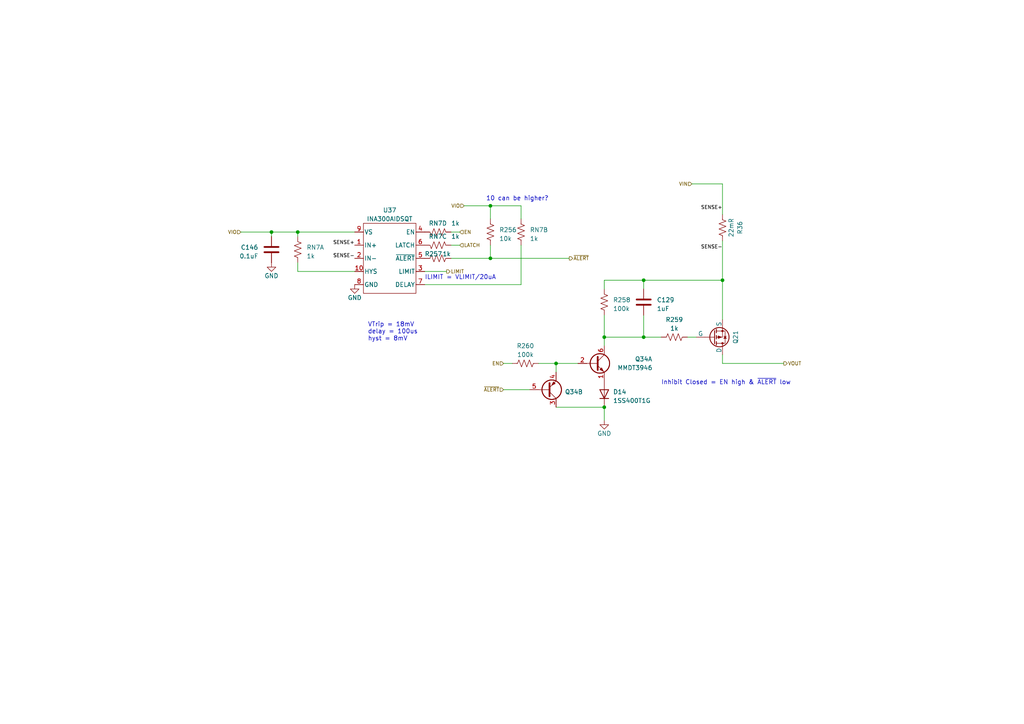
<source format=kicad_sch>
(kicad_sch (version 20230121) (generator eeschema)
  (paper "A4")
  (lib_symbols
    (symbol "Device:C" (pin_numbers hide) (pin_names (offset 0.254))
      (property "Reference" "C" (at 0.635 2.54 0))
      (property "Value" "C" (at 0.635 -2.54 0))
      (symbol "C_0_1"
        (polyline (pts (xy -2.032 -0.762) (xy 2.032 -0.762)) (stroke (width 0.508)))
        (polyline (pts (xy -2.032 0.762) (xy 2.032 0.762)) (stroke (width 0.508)))
      )
      (symbol "C_1_1"
        (pin passive line (at 0 3.81 270) (length 2.794) (name "~") (number "1"))
        (pin passive line (at 0 -3.81 90) (length 2.794) (name "~") (number "2"))
      )
    )
    (symbol "Device:D" (pin_numbers hide) (pin_names (offset 1.016) hide)
      (property "Reference" "D" (at 0 2.54 0))
      (property "Value" "D" (at 0 -2.54 0))
      (symbol "D_0_1"
        (polyline (pts (xy -1.27 1.27) (xy -1.27 -1.27)) (stroke (width 0.254)))
        (polyline (pts (xy 1.27 0) (xy -1.27 0)))
        (polyline (pts (xy 1.27 1.27) (xy 1.27 -1.27) (xy -1.27 0) (xy 1.27 1.27)) (stroke (width 0.254)))
      )
      (symbol "D_1_1"
        (pin passive line (at -3.81 0 0) (length 2.54) (name "K") (number "1"))
        (pin passive line (at 3.81 0 180) (length 2.54) (name "A") (number "2"))
      )
    )
    (symbol "Device:R_US" (pin_numbers hide) (pin_names (offset 0))
      (property "Reference" "R" (at 2.54 0 90))
      (property "Value" "R_US" (at -2.54 0 90))
      (symbol "R_US_0_1"
        (polyline (pts (xy 0 -2.286) (xy 0 -2.54)))
        (polyline (pts (xy 0 2.286) (xy 0 2.54)))
        (polyline (pts (xy 0 -0.762) (xy 1.016 -1.143) (xy 0 -1.524) (xy -1.016 -1.905) (xy 0 -2.286)))
        (polyline (pts (xy 0 0.762) (xy 1.016 0.381) (xy 0 0) (xy -1.016 -0.381) (xy 0 -0.762)))
        (polyline (pts (xy 0 2.286) (xy 1.016 1.905) (xy 0 1.524) (xy -1.016 1.143) (xy 0 0.762)))
      )
      (symbol "R_US_1_1"
        (pin passive line (at 0 3.81 270) (length 1.27) (name "~") (number "1"))
        (pin passive line (at 0 -3.81 90) (length 1.27) (name "~") (number "2"))
      )
    )
    (symbol "SierraLobo:BSZ086" (pin_numbers hide) (pin_names (offset 0))
      (property "Reference" "Q" (at 3.556 0 0))
      (property "Value" "BSZ180P03NS3GATMA1" (at 13.716 -2.032 0))
      (symbol "BSZ086_0_1"
        (circle (center -0.889 0) (radius 2.794) (stroke (width 0.254)))
        (circle (center 0 -1.778) (radius 0.254) (fill (type outline)))
        (polyline (pts (xy -2.286 0) (xy -5.08 0)))
        (polyline (pts (xy -2.286 1.905) (xy -2.286 -1.905)) (stroke (width 0.254)))
        (polyline (pts (xy -1.778 -1.27) (xy -1.778 -2.286)) (stroke (width 0.254)))
        (polyline (pts (xy -1.778 0.508) (xy -1.778 -0.508)) (stroke (width 0.254)))
        (polyline (pts (xy -1.778 2.286) (xy -1.778 1.27)) (stroke (width 0.254)))
        (polyline (pts (xy 0 2.54) (xy 0 1.778)))
        (polyline (pts (xy 0 -2.54) (xy 0 0) (xy -1.778 0)))
        (polyline (pts (xy -1.778 -1.778) (xy 0.762 -1.778) (xy 0.762 1.778) (xy -1.778 1.778)))
        (polyline (pts (xy -0.254 0) (xy -1.27 -0.381) (xy -1.27 0.381) (xy -0.254 0)) (fill (type outline)))
        (polyline (pts (xy 1.143 -0.254) (xy 1.143 -0.254) (xy 0.381 -0.254) (xy 0.381 -0.254)))
        (circle (center 0 1.778) (radius 0.254) (fill (type outline)))
      )
      (symbol "BSZ086_1_1"
        (polyline (pts (xy 0.762 -0.254) (xy 1.143 0.381) (xy 0.381 0.381) (xy 0.762 -0.254)) (fill (type outline)))
        (pin passive line (at 0 -5.08 90) (length 2.54) (name "S") (number "1"))
        (pin input line (at -7.62 0 0) (length 2.54) (name "G") (number "4"))
        (pin passive line (at 0 5.08 270) (length 2.54) (name "D") (number "5"))
      )
    )
    (symbol "SierraLobo:INA300xQ1-DGS" (pin_names (offset 0.254))
      (property "Reference" "U" (at -1.27 3.81 0))
      (property "Value" "INA300AIDSQT" (at -5.08 1.27 0))
      (symbol "INA300xQ1-DGS_0_1"
        (rectangle (start -7.62 0) (end 7.62 -20.32))
      )
      (symbol "INA300xQ1-DGS_1_1"
        (pin input line (at -10.16 -6.35 0) (length 2.54) (name "IN+") (number "1"))
        (pin output line (at -10.16 -13.97 0) (length 2.54) (name "HYS") (number "10"))
        (pin input line (at -10.16 -17.78 0) (length 2.54) hide (name "EP") (number "11"))
        (pin input line (at -10.16 -10.16 0) (length 2.54) (name "IN-") (number "2"))
        (pin input line (at 10.16 -13.97 180) (length 2.54) (name "LIMIT") (number "3"))
        (pin input line (at 10.16 -2.54 180) (length 2.54) (name "EN") (number "4"))
        (pin output line (at 10.16 -10.16 180) (length 2.54) (name "~{ALERT}") (number "5"))
        (pin input line (at 10.16 -6.35 180) (length 2.54) (name "LATCH") (number "6"))
        (pin output line (at 10.16 -17.78 180) (length 2.54) (name "DELAY") (number "7"))
        (pin input line (at -10.16 -17.78 0) (length 2.54) (name "GND") (number "8"))
        (pin input line (at -10.16 -2.54 0) (length 2.54) (name "VS") (number "9"))
      )
    )
    (symbol "SierraLobo:R_Network_04_US_Split" (pin_numbers hide) (pin_names (offset 0))
      (property "Reference" "RN" (at 2.54 0 90))
      (property "Value" "R_US" (at -2.54 0 90))
      (symbol "R_Network_04_US_Split_0_1"
        (polyline (pts (xy 0 -2.286) (xy 0 -2.54)))
        (polyline (pts (xy 0 2.286) (xy 0 2.54)))
        (polyline (pts (xy 0 -0.762) (xy 1.016 -1.143) (xy 0 -1.524) (xy -1.016 -1.905) (xy 0 -2.286)))
        (polyline (pts (xy 0 0.762) (xy 1.016 0.381) (xy 0 0) (xy -1.016 -0.381) (xy 0 -0.762)))
        (polyline (pts (xy 0 2.286) (xy 1.016 1.905) (xy 0 1.524) (xy -1.016 1.143) (xy 0 0.762)))
      )
      (symbol "R_Network_04_US_Split_1_1"
        (pin passive line (at 0 3.81 270) (length 1.27) (name "~") (number "1"))
        (pin passive line (at 0 -3.81 90) (length 1.27) (name "~") (number "8"))
      )
      (symbol "R_Network_04_US_Split_2_1"
        (pin passive line (at 0 3.81 270) (length 1.27) (name "~") (number "2"))
        (pin passive line (at 0 -3.81 90) (length 1.27) (name "~") (number "7"))
      )
      (symbol "R_Network_04_US_Split_3_1"
        (pin passive line (at 0 3.81 270) (length 1.27) (name "~") (number "3"))
        (pin passive line (at 0 -3.81 90) (length 1.27) (name "~") (number "6"))
      )
      (symbol "R_Network_04_US_Split_4_1"
        (pin passive line (at 0 3.81 270) (length 1.27) (name "~") (number "4"))
        (pin passive line (at 0 -3.81 90) (length 1.27) (name "~") (number "5"))
      )
    )
    (symbol "Transistor_BJT:MMDT3946" (pin_names (offset 0) hide)
      (property "Reference" "Q" (at 5.08 1.27 0))
      (property "Value" "MMDT3946" (at 5.08 -1.27 0))
      (symbol "MMDT3946_0_1"
        (polyline (pts (xy 0.635 0) (xy -2.54 0)))
        (circle (center 1.27 0) (radius 2.8194) (stroke (width 0.254)))
        (circle (center 1.27 0) (radius 2.8194) (stroke (width 0.254)))
      )
      (symbol "MMDT3946_1_1"
        (polyline (pts (xy 0.635 0.635) (xy 2.54 2.54)))
        (polyline (pts (xy 0.635 -0.635) (xy 2.54 -2.54) (xy 2.54 -2.54)))
        (polyline (pts (xy 0.635 1.905) (xy 0.635 -1.905) (xy 0.635 -1.905)) (stroke (width 0.508)))
        (polyline (pts (xy 1.27 -1.778) (xy 1.778 -1.27) (xy 2.286 -2.286) (xy 1.27 -1.778) (xy 1.27 -1.778)) (fill (type outline)))
        (pin passive line (at 2.54 -5.08 90) (length 2.54) (name "E1") (number "1"))
        (pin input line (at -5.08 0 0) (length 2.54) (name "B1") (number "2"))
        (pin passive line (at 2.54 5.08 270) (length 2.54) (name "C1") (number "6"))
      )
      (symbol "MMDT3946_2_1"
        (polyline (pts (xy 0.635 0.635) (xy 2.54 2.54)))
        (polyline (pts (xy 0.635 -0.635) (xy 2.54 -2.54) (xy 2.54 -2.54)))
        (polyline (pts (xy 0.635 1.905) (xy 0.635 -1.905) (xy 0.635 -1.905)) (stroke (width 0.508)))
        (polyline (pts (xy 2.286 -1.778) (xy 1.778 -2.286) (xy 1.27 -1.27) (xy 2.286 -1.778) (xy 2.286 -1.778)) (fill (type outline)))
        (pin passive line (at 2.54 5.08 270) (length 2.54) (name "C2") (number "3"))
        (pin passive line (at 2.54 -5.08 90) (length 2.54) (name "E2") (number "4"))
        (pin input line (at -5.08 0 0) (length 2.54) (name "B2") (number "5"))
      )
    )
    (symbol "power:GND" (power) (pin_names (offset 0))
      (property "Value" "GND" (at 0 -3.81 0))
      (symbol "GND_0_1"
        (polyline (pts (xy 0 0) (xy 0 -1.27) (xy 1.27 -1.27) (xy 0 -2.54) (xy -1.27 -1.27) (xy 0 -1.27)))
      )
      (symbol "GND_1_1"
        (pin power_in line (at 0 0 270) (length 0) hide (name "GND") (number "1"))
      )
    )
  )
  (junction (at 175.26 118.11))
  (junction (at 142.24 59.69))
  (junction (at 209.55 81.28))
  (junction (at 186.69 97.79))
  (junction (at 161.29 105.41))
  (junction (at 86.36 67.31))
  (junction (at 186.69 81.28))
  (junction (at 78.74 67.31))
  (junction (at 175.26 97.79))
  (junction (at 142.24 74.93))
  (wire (pts (xy 151.13 63.5) (xy 151.13 59.69)))
  (wire (pts (xy 146.05 113.03) (xy 153.67 113.03)))
  (wire (pts (xy 142.24 74.93) (xy 142.24 71.12)))
  (wire (pts (xy 209.55 105.41) (xy 227.33 105.41)))
  (wire (pts (xy 86.36 67.31) (xy 86.36 68.58)))
  (wire (pts (xy 123.19 78.74) (xy 129.54 78.74)))
  (wire (pts (xy 209.55 69.85) (xy 209.55 81.28)))
  (wire (pts (xy 142.24 74.93) (xy 165.1 74.93)))
  (wire (pts (xy 123.19 82.55) (xy 151.13 82.55)))
  (wire (pts (xy 175.26 118.11) (xy 175.26 121.92)))
  (wire (pts (xy 199.39 97.79) (xy 201.93 97.79)))
  (wire (pts (xy 161.29 105.41) (xy 161.29 107.95)))
  (wire (pts (xy 175.26 81.28) (xy 186.69 81.28)))
  (wire (pts (xy 151.13 71.12) (xy 151.13 82.55)))
  (wire (pts (xy 186.69 81.28) (xy 209.55 81.28)))
  (wire (pts (xy 78.74 67.31) (xy 86.36 67.31)))
  (wire (pts (xy 186.69 97.79) (xy 191.77 97.79)))
  (wire (pts (xy 130.81 74.93) (xy 142.24 74.93)))
  (wire (pts (xy 130.81 67.31) (xy 133.35 67.31)))
  (wire (pts (xy 130.81 71.12) (xy 133.35 71.12)))
  (wire (pts (xy 209.55 105.41) (xy 209.55 102.87)))
  (wire (pts (xy 86.36 78.74) (xy 86.36 76.2)))
  (wire (pts (xy 142.24 63.5) (xy 142.24 59.69)))
  (wire (pts (xy 175.26 97.79) (xy 175.26 100.33)))
  (wire (pts (xy 209.55 81.28) (xy 209.55 92.71)))
  (wire (pts (xy 186.69 81.28) (xy 186.69 83.82)))
  (wire (pts (xy 200.66 53.34) (xy 209.55 53.34)))
  (wire (pts (xy 161.29 118.11) (xy 175.26 118.11)))
  (wire (pts (xy 151.13 59.69) (xy 142.24 59.69)))
  (wire (pts (xy 146.05 105.41) (xy 148.59 105.41)))
  (wire (pts (xy 186.69 91.44) (xy 186.69 97.79)))
  (wire (pts (xy 175.26 91.44) (xy 175.26 97.79)))
  (wire (pts (xy 161.29 105.41) (xy 167.64 105.41)))
  (wire (pts (xy 209.55 53.34) (xy 209.55 62.23)))
  (wire (pts (xy 86.36 67.31) (xy 102.87 67.31)))
  (wire (pts (xy 156.21 105.41) (xy 161.29 105.41)))
  (wire (pts (xy 175.26 83.82) (xy 175.26 81.28)))
  (wire (pts (xy 142.24 59.69) (xy 134.62 59.69)))
  (wire (pts (xy 69.85 67.31) (xy 78.74 67.31)))
  (wire (pts (xy 175.26 97.79) (xy 186.69 97.79)))
  (wire (pts (xy 78.74 67.31) (xy 78.74 68.58)))
  (wire (pts (xy 102.87 78.74) (xy 86.36 78.74)))
  (text "10 can be higher?" (at 140.97 58.42 0) (effects (font (size 1.27 1.27)) (justify left bottom)))
  (text "Inhibit Closed = EN high & ~{ALERT} low" (at 191.77 111.76 0) (effects (font (size 1.27 1.27)) (justify left bottom)))
  (text "ILIMIT = VLIMIT/20uA" (at 123.19 81.28 0) (effects (font (size 1.27 1.27)) (justify left bottom)))
  (text "VTrip = 18mV\ndelay = 100us\nhyst = 8mV" (at 106.68 99.06 0) (effects (font (size 1.27 1.27)) (justify left bottom)))
  (label "SENSE+" (at 102.87 71.12 180) (effects (font (size 1.016 1.016))))
  (label "SENSE-" (at 102.87 74.93 180) (effects (font (size 1.016 1.016))))
  (label "SENSE-" (at 209.55 72.39 180) (effects (font (size 1.016 1.016))))
  (label "SENSE+" (at 209.55 60.96 180) (effects (font (size 1.016 1.016))))
  (hierarchical_label "VIO" (shape input) (at 134.62 59.69 180) (effects (font (size 1.016 1.016))))
  (hierarchical_label "LATCH" (shape input) (at 133.35 71.12 0) (effects (font (size 1.016 1.016))))
  (hierarchical_label "LIMIT" (shape output) (at 129.54 78.74 0) (effects (font (size 1.016 1.016))))
  (hierarchical_label "EN" (shape input) (at 146.05 105.41 180) (effects (font (size 1.016 1.016))))
  (hierarchical_label "VIN" (shape input) (at 200.66 53.34 180) (effects (font (size 1.016 1.016))))
  (hierarchical_label "~{ALERT}" (shape output) (at 165.1 74.93 0) (effects (font (size 1.016 1.016))))
  (hierarchical_label "~{ALERT}" (shape input) (at 146.05 113.03 180) (effects (font (size 1.016 1.016))))
  (hierarchical_label "VIO" (shape input) (at 69.85 67.31 180) (effects (font (size 1.016 1.016))))
  (hierarchical_label "EN" (shape input) (at 133.35 67.31 0) (effects (font (size 1.016 1.016))))
  (hierarchical_label "VOUT" (shape output) (at 227.33 105.41 0) (effects (font (size 1.016 1.016))))
  (symbol (lib_id "Device:R_US") (at 209.55 66.04 180) (unit 1)
    (property "Reference" "R36" (at 214.63 66.04 90))
    (property "Value" "22mR" (at 212.09 66.04 90))
    (property "Footprint" "Resistor_SMD:R_1206_3216Metric" (effects hide))
    (property "Mfr. Part No" "WSLPx" (effects hide))
    (instances (project "mainboard" (path "" (reference "R36") (unit 1)) (path "" (reference "R38") (unit 1)) (path "" (reference "R255") (unit 1)) (path "" (reference "R261") (unit 1))))
  )
  (symbol (lib_id "Device:C") (at 78.74 72.39 0) (mirror x) (unit 1)
    (property "Reference" "C146" (at 74.93 71.755 0) (effects (justify right)))
    (property "Value" "0.1uF" (at 74.93 74.295 0) (effects (justify right)))
    (property "Footprint" "Capacitor_SMD:C_0402_1005Metric" (effects hide))
    (instances (project "mainboard" (path "" (reference "C146") (unit 1)) (path "" (reference "C148") (unit 1)) (path "" (reference "C128") (unit 1)) (path "" (reference "C130") (unit 1))))
  )
  (symbol (lib_id "Device:R_US") (at 152.4 105.41 90) (unit 1)
    (property "Reference" "R260" (at 152.4 100.33 90))
    (property "Value" "100k" (at 152.4 102.87 90))
    (property "Footprint" "Resistor_SMD:R_0402_1005Metric" (effects hide))
    (instances (project "mainboard" (path "" (reference "R260") (unit 1)) (path "" (reference "R266") (unit 1))))
  )
  (symbol (lib_id "SierraLobo:R_Network_04_US_Split") (at 86.36 72.39 180) (unit 1)
    (property "Reference" "RN7" (at 88.9 71.755 0) (effects (justify right)))
    (property "Value" "1k" (at 88.9 74.295 0) (effects (justify right)))
    (property "Footprint" "Resistor_SMD:R_Array_Convex_4x0402" (effects hide))
    (property "Mfr. Part No" "RAVF164DJT1K00" (effects hide))
    (instances (project "mainboard" (path "" (reference "RN7") (unit 1)) (path "" (reference "RN8") (unit 1))))
  )
  (symbol (lib_id "Device:R_US") (at 175.26 87.63 0) (unit 1)
    (property "Reference" "R258" (at 177.8 86.995 0) (effects (justify left)))
    (property "Value" "100k" (at 177.8 89.535 0) (effects (justify left)))
    (property "Footprint" "Resistor_SMD:R_0402_1005Metric" (effects hide))
    (instances (project "mainboard" (path "" (reference "R258") (unit 1)) (path "" (reference "R264") (unit 1))))
  )
  (symbol (lib_id "Transistor_BJT:MMDT3946") (at 158.75 113.03 0) (mirror x) (unit 2)
    (property "Reference" "Q34" (at 163.83 113.665 0) (effects (justify left)))
    (property "Value" "MMDT3946" (effects hide))
    (property "Footprint" "Package_TO_SOT_SMD:SOT-363_SC-70-6" (effects hide))
    (property "Datasheet" "http://www.diodes.com/_files/datasheets/ds30123.pdf" (effects hide))
    (property "Mfr. Part No" "MMDT3946-7-F" (effects hide))
    (instances (project "mainboard" (path "" (reference "Q34") (unit 2)) (path "" (reference "Q19") (unit 2)) (path "" (reference "Q33") (unit 2)) (path "" (reference "Q35") (unit 2)) (path "" (reference "Q46") (unit 2)) (path "" (reference "Q5") (unit 2)) (path "" (reference "Q58") (unit 2)) (path "" (reference "Q66") (unit 2)) (path "" (reference "Q68") (unit 2))))
  )
  (symbol (lib_id "Device:C") (at 186.69 87.63 0) (unit 1)
    (property "Reference" "C129" (at 190.5 86.995 0) (effects (justify left)))
    (property "Value" "1uF" (at 190.5 89.535 0) (effects (justify left)))
    (property "Footprint" "Capacitor_SMD:C_0603_1608Metric" (effects hide))
    (instances (project "mainboard" (path "" (reference "C129") (unit 1)) (path "" (reference "C131") (unit 1))))
  )
  (symbol (lib_id "Device:R_US") (at 127 74.93 90) (unit 1)
    (property "Reference" "R257" (at 125.73 73.66 90))
    (property "Value" "1k" (at 129.54 73.66 90))
    (property "Footprint" "Resistor_SMD:R_0402_1005Metric" (effects hide))
    (instances (project "mainboard" (path "" (reference "R257") (unit 1)) (path "" (reference "R263") (unit 1))))
  )
  (symbol (lib_id "Device:D") (at 175.26 114.3 90) (unit 1)
    (property "Reference" "D14" (at 177.8 113.665 90) (effects (justify right)))
    (property "Value" "1SS400T1G" (at 177.8 116.205 90) (effects (justify right)))
    (property "Footprint" "Diode_SMD:D_SOD-523" (effects hide))
    (property "Sim.Device" "D" (effects hide))
    (property "Sim.Pins" "1=K 2=A" (effects hide))
    (instances (project "mainboard" (path "" (reference "D14") (unit 1)) (path "" (reference "D15") (unit 1))))
  )
  (symbol (lib_id "power:GND") (at 175.26 121.92 0) (unit 1)
    (property "Reference" "#PWR0112" (effects hide))
    (property "Value" "GND" (at 175.26 125.73 0))
    (instances (project "mainboard" (path "" (reference "#PWR0112") (unit 1)) (path "" (reference "#PWR0121") (unit 1)) (path "" (reference "#PWR0182") (unit 1)) (path "" (reference "#PWR0185") (unit 1))))
  )
  (symbol (lib_id "Device:R_US") (at 195.58 97.79 90) (unit 1)
    (property "Reference" "R259" (at 195.58 92.71 90))
    (property "Value" "1k" (at 195.58 95.25 90))
    (property "Footprint" "Resistor_SMD:R_0402_1005Metric" (effects hide))
    (instances (project "mainboard" (path "" (reference "R259") (unit 1)) (path "" (reference "R265") (unit 1))))
  )
  (symbol (lib_id "Transistor_BJT:MMDT3946") (at 172.72 105.41 0) (unit 1)
    (property "Reference" "Q34" (at 184.15 104.14 0) (effects (justify left)))
    (property "Value" "MMDT3946" (at 179.07 106.68 0) (effects (justify left)))
    (property "Footprint" "Package_TO_SOT_SMD:SOT-363_SC-70-6" (effects hide))
    (property "Datasheet" "http://www.diodes.com/_files/datasheets/ds30123.pdf" (effects hide))
    (property "Mfr. Part No" "MMDT3946-7-F" (effects hide))
    (instances (project "mainboard" (path "" (reference "Q34") (unit 1)) (path "" (reference "Q19") (unit 1)) (path "" (reference "Q33") (unit 1)) (path "" (reference "Q35") (unit 1)) (path "" (reference "Q46") (unit 1)) (path "" (reference "Q5") (unit 1)) (path "" (reference "Q58") (unit 1)) (path "" (reference "Q66") (unit 1)) (path "" (reference "Q68") (unit 1))))
  )
  (symbol (lib_id "Device:R_US") (at 142.24 67.31 0) (unit 1)
    (property "Reference" "R256" (at 144.78 66.675 0) (effects (justify left)))
    (property "Value" "10k" (at 144.78 69.215 0) (effects (justify left)))
    (property "Footprint" "Resistor_SMD:R_0402_1005Metric" (effects hide))
    (instances (project "mainboard" (path "" (reference "R256") (unit 1)) (path "" (reference "R262") (unit 1))))
  )
  (symbol (lib_id "SierraLobo:INA300xQ1-DGS") (at 113.03 64.77 0) (unit 1)
    (property "Reference" "U37" (at 113.03 60.96 0))
    (property "Value" "INA300AIDSQT" (at 113.03 63.5 0))
    (property "Footprint" "SierraLobo:WSON-10_2x2mm_P0.4mm_EP" (effects hide))
    (property "Mfr. Part No" "INA300AIDSQT" (effects hide))
    (instances (project "mainboard" (path "" (reference "U37") (unit 1)) (path "" (reference "U38") (unit 1))))
  )
  (symbol (lib_id "SierraLobo:R_Network_04_US_Split") (at 151.13 67.31 180) (unit 2)
    (property "Reference" "RN7" (at 153.67 66.675 0) (effects (justify right)))
    (property "Value" "1k" (at 153.67 69.215 0) (effects (justify right)))
    (property "Footprint" "Resistor_SMD:R_Array_Convex_4x0402" (effects hide))
    (property "Mfr. Part No" "RAVF164DJT1K00" (effects hide))
    (instances (project "mainboard" (path "" (reference "RN7") (unit 2)) (path "" (reference "RN8") (unit 2))))
  )
  (symbol (lib_id "power:GND") (at 78.74 76.2 0) (unit 1)
    (property "Reference" "#PWR0112" (effects hide))
    (property "Value" "GND" (at 78.74 80.01 0))
    (instances (project "mainboard" (path "" (reference "#PWR0112") (unit 1)) (path "" (reference "#PWR0121") (unit 1)) (path "" (reference "#PWR0180") (unit 1)) (path "" (reference "#PWR0183") (unit 1))))
  )
  (symbol (lib_id "SierraLobo:R_Network_04_US_Split") (at 127 67.31 90) (mirror x) (unit 4)
    (property "Reference" "RN7" (at 127 64.77 90))
    (property "Value" "1k" (at 132.08 64.77 90))
    (property "Footprint" "Resistor_SMD:R_Array_Convex_4x0402" (effects hide))
    (property "Mfr. Part No" "RAVF164DJT1K00" (effects hide))
    (instances (project "mainboard" (path "" (reference "RN7") (unit 4)) (path "" (reference "RN8") (unit 4))))
  )
  (symbol (lib_id "power:GND") (at 102.87 82.55 0) (unit 1)
    (property "Reference" "#PWR0112" (effects hide))
    (property "Value" "GND" (at 102.87 86.36 0))
    (instances (project "mainboard" (path "" (reference "#PWR0112") (unit 1)) (path "" (reference "#PWR0121") (unit 1)) (path "" (reference "#PWR0181") (unit 1)) (path "" (reference "#PWR0184") (unit 1))))
  )
  (symbol (lib_id "SierraLobo:BSZ086") (at 209.55 97.79 0) (mirror x) (unit 1)
    (property "Reference" "Q21" (at 213.36 97.79 90))
    (property "Value" "BSZ180P03NS3GATMA1" (effects hide))
    (property "Footprint" "SierraLobo:PG-TSDSON-8_3.3x3.3mm" (effects hide))
    (property "Mfr. Part No" "BSZ180P03NS3GATMA1" (effects hide))
    (instances (project "mainboard" (path "" (reference "Q21") (unit 1)) (path "" (reference "Q59") (unit 1)) (path "" (reference "Q65") (unit 1)) (path "" (reference "Q67") (unit 1))))
  )
  (symbol (lib_id "SierraLobo:R_Network_04_US_Split") (at 127 71.12 90) (mirror x) (unit 3)
    (property "Reference" "RN7" (at 127 68.58 90))
    (property "Value" "1k" (at 132.08 68.58 90))
    (property "Footprint" "Resistor_SMD:R_Array_Convex_4x0402" (effects hide))
    (property "Mfr. Part No" "RAVF164DJT1K00" (effects hide))
    (instances (project "mainboard" (path "" (reference "RN7") (unit 3)) (path "" (reference "RN8") (unit 3))))
  )
)
</source>
